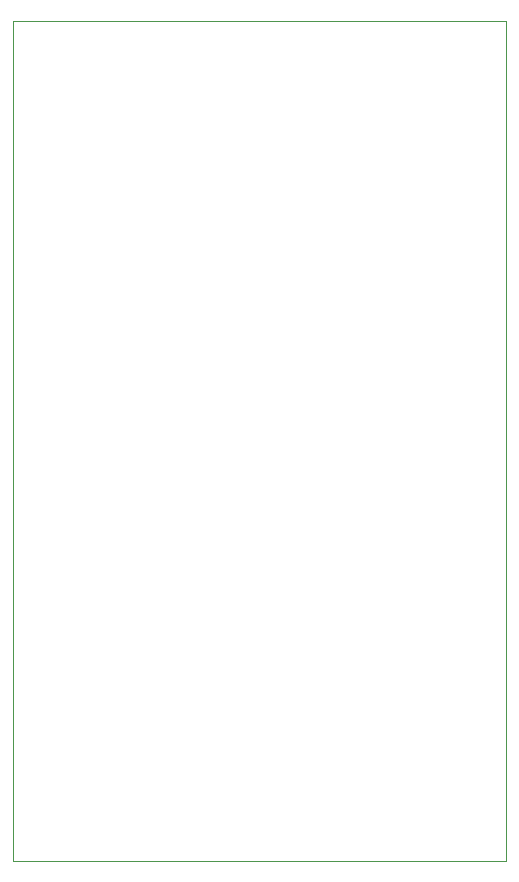
<source format=gm1>
%TF.GenerationSoftware,KiCad,Pcbnew,(6.0.8)*%
%TF.CreationDate,2022-11-23T10:53:18-05:00*%
%TF.ProjectId,upper_v3,75707065-725f-4763-932e-6b696361645f,rev?*%
%TF.SameCoordinates,Original*%
%TF.FileFunction,Profile,NP*%
%FSLAX46Y46*%
G04 Gerber Fmt 4.6, Leading zero omitted, Abs format (unit mm)*
G04 Created by KiCad (PCBNEW (6.0.8)) date 2022-11-23 10:53:18*
%MOMM*%
%LPD*%
G01*
G04 APERTURE LIST*
%TA.AperFunction,Profile*%
%ADD10C,0.050000*%
%TD*%
G04 APERTURE END LIST*
D10*
X157380000Y-127000000D02*
X115570000Y-127000000D01*
X115570000Y-127000000D02*
X115570000Y-55880000D01*
X115570000Y-55880000D02*
X157380000Y-55880000D01*
X157380000Y-55880000D02*
X157380000Y-127000000D01*
M02*

</source>
